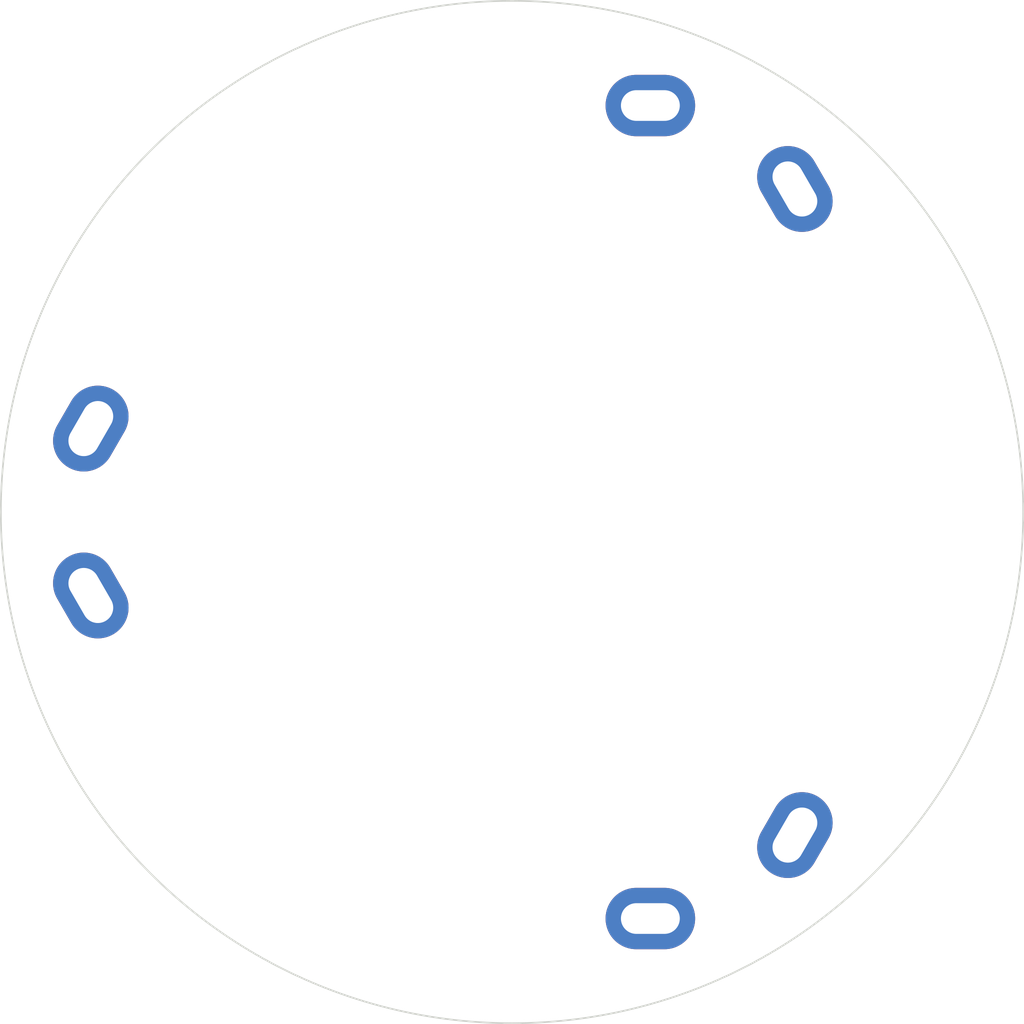
<source format=kicad_pcb>
(kicad_pcb (version 20211014) (generator pcbnew)
  (layers (0 "F.Cu" signal) (31 "B.Cu" signal) (34 "B.Paste" user) (35 "F.Paste" user) (36 "B.SilkS" user "B.Silkscreen") (37 "F.SilkS" user "F.Silkscreen") (38 "B.Mask" user) (39 "F.Mask" user) (44 "Edge.Cuts" user))
  (net 0 "")
  (footprint "proto:ArmPad" (layer "F.Cu") (at 16.889755 18.431933 -47.5)
    (fp_text reference "A1" hide)
    (fp_text value "Arm")
    (pad "1" thru_hole oval locked (at 0.194 0.569 330) (size 3.6 5.255) (drill oval 1.8 3.455) (layers *.Cu *.Mask))
  )
  (footprint "MountingHole:MountingHole_6.4mm_M6" (layer "F.Cu") (at -5.8 10.045893 -120)
    (fp_text reference "H3" hide)
    (fp_text value "MountingHole")
    (pad "" np_thru_hole circle (at 0 0 240) (size 6.4 6.4) (drill 6.4) (layers *.Cu *.Mask))
  )
  (footprint "proto:MountingHole_PEM_M3_Broaching_Nut" (layer "F.Cu") (at 9.25 16.02147)
    (fp_text reference "H6" hide)
    (fp_text value "MountingHole")
    (pad "" np_thru_hole circle (at 0 0) (size 4.22 4.22) (drill 4.22) (layers F&B.Cu *.Mask))
  )
  (footprint "MountingHole:MountingHole_6.4mm_M6" (layer "F.Cu") (at 11.6 0)
    (fp_text reference "H1" hide)
    (fp_text value "MountingHole")
    (pad "" np_thru_hole circle (at 0 0) (size 6.4 6.4) (drill 6.4) (layers *.Cu *.Mask))
  )
  (footprint "proto:MountingHole_PEM_M3_Broaching_Nut" (layer "F.Cu") (at 9.25 -16.02147)
    (fp_text reference "H4" hide)
    (fp_text value "MountingHole")
    (pad "" np_thru_hole circle (at 0 0) (size 4.22 4.22) (drill 4.22) (layers F&B.Cu *.Mask))
  )
  (footprint "proto:ArmPad" (layer "F.Cu") (at 7.517645 -23.842923 72.5)
    (fp_text reference "A3" hide)
    (fp_text value "Arm")
    (pad "1" thru_hole oval locked (at 0.194 0.569 90) (size 3.6 5.255) (drill oval 1.8 3.455) (layers *.Cu *.Mask))
  )
  (footprint "proto:MountingHole_PEM_M3_Broaching_Nut" (layer "F.Cu") (at -18.5 0)
    (fp_text reference "H5" hide)
    (fp_text value "MountingHole")
    (pad "" np_thru_hole circle (at 0 0) (size 4.22 4.22) (drill 4.22) (layers F&B.Cu *.Mask))
  )
  (footprint "MountingHole:MountingHole_6.4mm_M6" (layer "F.Cu") (at -5.8 -10.045895 120)
    (fp_text reference "H2" hide)
    (fp_text value "MountingHole")
    (pad "" np_thru_hole circle (at 0 0 120) (size 6.4 6.4) (drill 6.4) (layers *.Cu *.Mask))
  )
  (footprint "proto:ArmPad" (layer "F.Cu") (at -24.4074 5.41099 -167.5)
    (fp_text reference "A5" hide)
    (fp_text value "Arm")
    (pad "1" thru_hole oval locked (at 0.194 0.569 210) (size 3.6 5.255) (drill oval 1.8 3.455) (layers *.Cu *.Mask))
  )
  (footprint "proto:ArmPad" (layer "B.Cu") (at 7.517645 23.842925 -72.5)
    (fp_text reference "A6" hide)
    (fp_text value "Arm")
    (pad "1" thru_hole oval locked (at 0.194 -0.569 270) (size 3.6 5.255) (drill oval 1.8 3.455) (layers *.Cu *.Mask))
  )
  (footprint "proto:ArmPad" (layer "B.Cu") (at -24.407401 -5.410991 167.5)
    (fp_text reference "A4" hide)
    (fp_text value "Arm")
    (pad "1" thru_hole oval locked (at 0.194 -0.569 150) (size 3.6 5.255) (drill oval 1.8 3.455) (layers *.Cu *.Mask))
  )
  (footprint "proto:ArmPad" (layer "B.Cu") (at 16.889756 -18.431934 47.5)
    (fp_text reference "A2" hide)
    (fp_text value "Arm")
    (pad "1" thru_hole oval locked (at 0.194 -0.569 30) (size 3.6 5.255) (drill oval 1.8 3.455) (layers *.Cu *.Mask))
  )
  (gr_circle (center 0 0) (end 30 0) (layer "Edge.Cuts") (width 0.1) (fill none))
)
</source>
